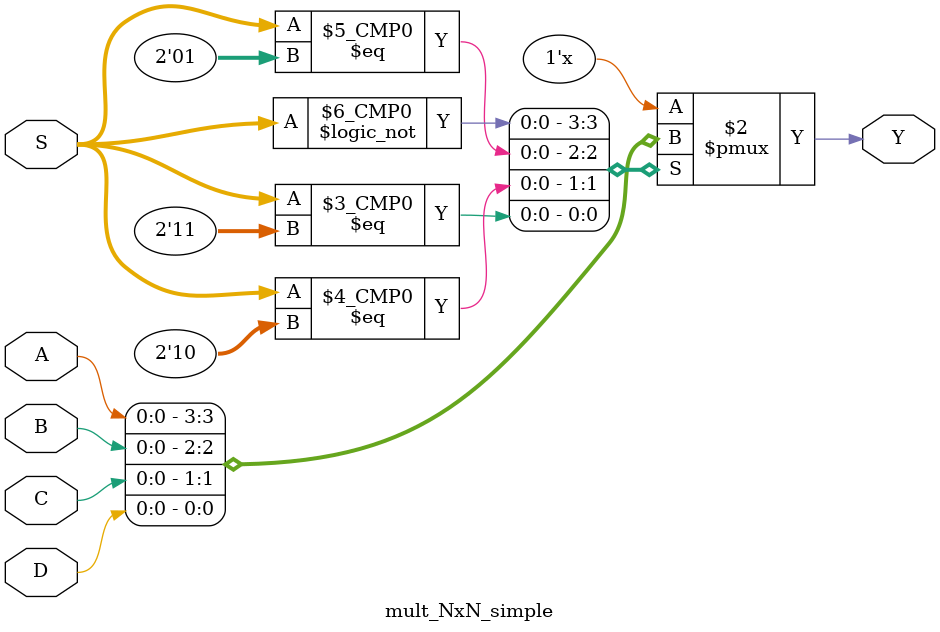
<source format=v>
module mult_NxN_simple (A, B, C, D, S, Y);

input A , B , C , D ;

input [1:0] S ;

// ilklendirmeler
// ----------------
// assign A = 1'b0;
// assign B = 1'b1;
// assign C = 1'b0;
// assign D = 1'b1;

// assign S = 2'b10; // c'yi seciyoruz.

output Y ;

reg Y ;
always @ ( A or B or C or D or S )
case ( S )
0 : Y = A ;
1 : Y = B ;
2 : Y = C ;
3 : Y = D ;
endcase

endmodule
</source>
